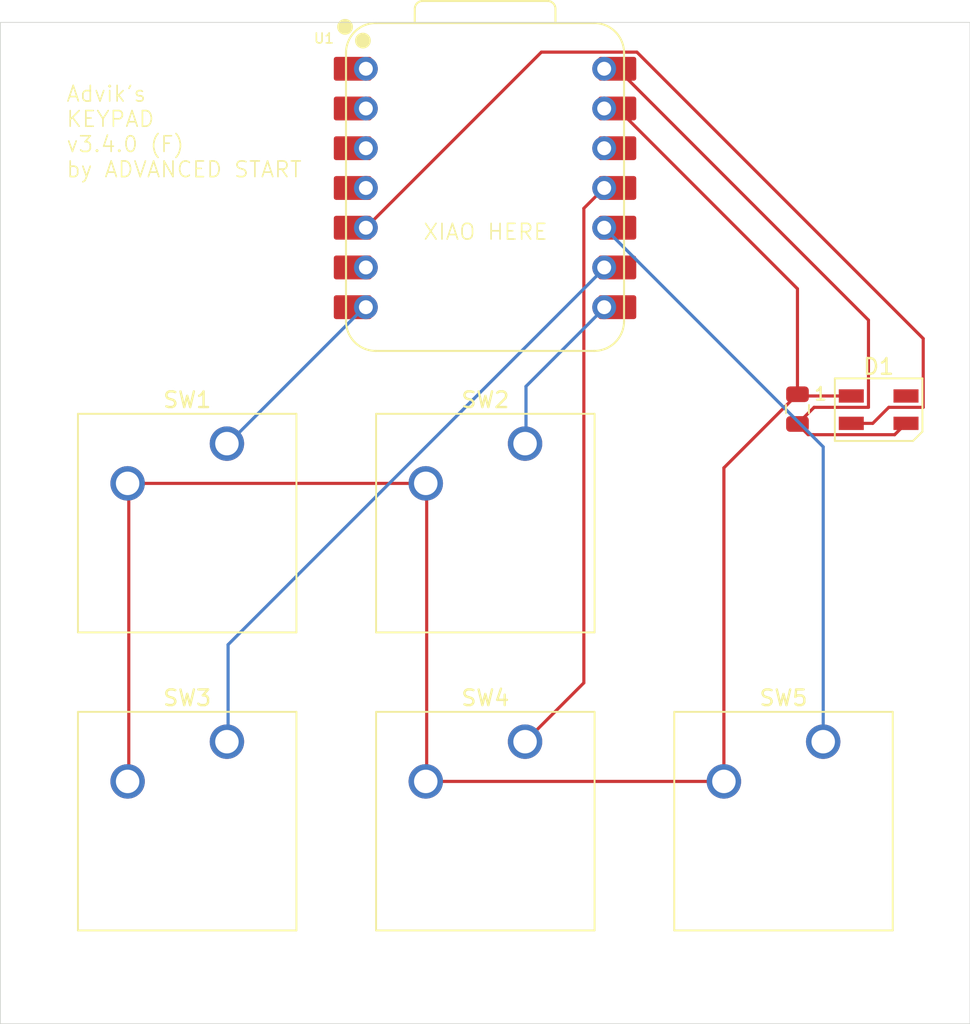
<source format=kicad_pcb>
(kicad_pcb (version 20241229) (generator "pcbnew") (generator_version "9.0")
  (layers (0 "F.Cu" signal) (2 "B.Cu" signal) (13 "F.Paste" user) (15 "B.Paste" user) (5 "F.SilkS" user "F.Silkscreen") (7 "B.SilkS" user "B.Silkscreen") (1 "F.Mask" user) (3 "B.Mask" user) (25 "Edge.Cuts" user))
  (net 0 "")
  (net 1 "GND")
  (net 2 "+5V")
  (net 4 "Net-(D1-DIN)")
  (net 5 "Net-(U1-GPIO0{slash}TX)")
  (net 6 "Net-(U1-GPIO1{slash}RX)")
  (net 7 "Net-(U1-GPIO2{slash}SCK)")
  (net 8 "Net-(U1-GPIO3{slash}MOSI)")
  (net 9 "Net-(U1-GPIO4{slash}MISO)")
  (footprint "OPL_Kicad_Library-master:XIAO-RP2040-DIP" (layer "F.Cu") (at 147.88 64.78)
    (property "Reference" "U1" (at -10.3 -9.56 0) (layer "F.SilkS") (effects (font (size 0.635 0.635) (thickness 0.1016))))
    (property "Value" "XIAO-RP2040-DIP")
    (fp_line (start -8.89 8.509) (end -8.89 -8.636) (stroke (width 0.127)) (layer "F.SilkS"))
    (fp_line (start -6.985 10.414) (end 6.985 10.414) (stroke (width 0.127)) (layer "F.SilkS"))
    (fp_line (start -4.495 -10.541) (end -4.491272 -11.451272) (stroke (width 0.127)) (layer "F.SilkS"))
    (fp_line (start -3.991272 -11.951) (end 4.004 -11.951) (stroke (width 0.127)) (layer "F.SilkS"))
    (fp_line (start 4.504 -11.451) (end 4.504 -10.541) (stroke (width 0.127)) (layer "F.SilkS"))
    (fp_line (start 6.985 -10.541) (end -6.985 -10.541) (stroke (width 0.1)) (layer "F.SilkS"))
    (fp_line (start 6.985 -10.541) (end -6.985 -10.541) (stroke (width 0.127)) (layer "F.SilkS"))
    (fp_line (start 8.89 8.509) (end 8.89 -8.636) (stroke (width 0.127)) (layer "F.SilkS"))
    (fp_arc (start -8.89 -8.636) (mid -8.332038 -9.983038) (end -6.985 -10.541) (stroke (width 0.127)) (layer "F.SilkS"))
    (fp_arc (start -6.985 10.414) (mid -8.332038 9.856038) (end -8.89 8.509) (stroke (width 0.127)) (layer "F.SilkS"))
    (fp_arc (start -4.491272 -11.451272) (mid -4.344728 -11.80464) (end -3.991272 -11.951) (stroke (width 0.127)) (layer "F.SilkS"))
    (fp_arc (start 4.004 -11.951) (mid 4.357553 -11.804553) (end 4.504 -11.451) (stroke (width 0.127)) (layer "F.SilkS"))
    (fp_arc (start 6.985 -10.541) (mid 8.332038 -9.983038) (end 8.89 -8.636) (stroke (width 0.127)) (layer "F.SilkS"))
    (fp_arc (start 8.89 8.509) (mid 8.332038 9.856038) (end 6.985 10.414) (stroke (width 0.127)) (layer "F.SilkS"))
    (fp_circle (center -8.95 -10.3) (end -8.95 -10.554) (stroke (width 0.5)) (fill yes) (layer "F.SilkS"))
    (fp_circle (center -7.807 -9.42) (end -7.807 -9.674) (stroke (width 0.5)) (fill yes) (layer "F.SilkS"))
    (pad "1" smd roundrect (at -8.455 -7.62 180) (size 2.432 1.524) (layers "F.Cu" "F.Mask") (roundrect_rratio 0.1))
    (pad "1" thru_hole circle (at -7.62 -7.62 180) (size 1.524 1.524) (drill 0.889) (layers "*.Cu" "*.Mask"))
    (pad "2" smd roundrect (at -8.455 -5.08 180) (size 2.432 1.524) (layers "F.Cu" "F.Mask") (roundrect_rratio 0.1))
    (pad "2" thru_hole circle (at -7.62 -5.08 180) (size 1.524 1.524) (drill 0.889) (layers "*.Cu" "*.Mask"))
    (pad "3" smd roundrect (at -8.455 -2.54 180) (size 2.432 1.524) (layers "F.Cu" "F.Mask") (roundrect_rratio 0.1))
    (pad "3" thru_hole circle (at -7.62 -2.54 180) (size 1.524 1.524) (drill 0.889) (layers "*.Cu" "*.Mask"))
    (pad "4" smd roundrect (at -8.455 0 180) (size 2.432 1.524) (layers "F.Cu" "F.Mask") (roundrect_rratio 0.1))
    (pad "4" thru_hole circle (at -7.62 0 180) (size 1.524 1.524) (drill 0.889) (layers "*.Cu" "*.Mask"))
    (pad "5" smd roundrect (at -8.455 2.54 180) (size 2.432 1.524) (layers "F.Cu" "F.Mask") (roundrect_rratio 0.1) (net 4 "Net-(D1-DIN)"))
    (pad "5" thru_hole circle (at -7.62 2.54 180) (size 1.524 1.524) (drill 0.889) (layers "*.Cu" "*.Mask") (net 4 "Net-(D1-DIN)"))
    (pad "6" smd roundrect (at -8.455 5.08 180) (size 2.432 1.524) (layers "F.Cu" "F.Mask") (roundrect_rratio 0.1))
    (pad "6" thru_hole circle (at -7.62 5.08 180) (size 1.524 1.524) (drill 0.889) (layers "*.Cu" "*.Mask"))
    (pad "7" smd roundrect (at -8.455 7.62 180) (size 2.432 1.524) (layers "F.Cu" "F.Mask") (roundrect_rratio 0.1) (net 5 "Net-(U1-GPIO0{slash}TX)"))
    (pad "7" thru_hole circle (at -7.62 7.62 180) (size 1.524 1.524) (drill 0.889) (layers "*.Cu" "*.Mask") (net 5 "Net-(U1-GPIO0{slash}TX)"))
    (pad "8" thru_hole circle (at 7.62 7.62) (size 1.524 1.524) (drill 0.889) (layers "*.Cu" "*.Mask") (net 6 "Net-(U1-GPIO1{slash}RX)"))
    (pad "8" smd roundrect (at 8.455 7.62) (size 2.432 1.524) (layers "F.Cu" "F.Mask") (roundrect_rratio 0.1) (net 6 "Net-(U1-GPIO1{slash}RX)"))
    (pad "9" thru_hole circle (at 7.62 5.08) (size 1.524 1.524) (drill 0.889) (layers "*.Cu" "*.Mask") (net 7 "Net-(U1-GPIO2{slash}SCK)"))
    (pad "9" smd roundrect (at 8.455 5.08) (size 2.432 1.524) (layers "F.Cu" "F.Mask") (roundrect_rratio 0.1) (net 7 "Net-(U1-GPIO2{slash}SCK)"))
    (pad "10" thru_hole circle (at 7.62 2.54) (size 1.524 1.524) (drill 0.889) (layers "*.Cu" "*.Mask") (net 9 "Net-(U1-GPIO4{slash}MISO)"))
    (pad "10" smd roundrect (at 8.455 2.54) (size 2.432 1.524) (layers "F.Cu" "F.Mask") (roundrect_rratio 0.1) (net 9 "Net-(U1-GPIO4{slash}MISO)"))
    (pad "11" thru_hole circle (at 7.62 0) (size 1.524 1.524) (drill 0.889) (layers "*.Cu" "*.Mask") (net 8 "Net-(U1-GPIO3{slash}MOSI)"))
    (pad "11" smd roundrect (at 8.455 0) (size 2.432 1.524) (layers "F.Cu" "F.Mask") (roundrect_rratio 0.1) (net 8 "Net-(U1-GPIO3{slash}MOSI)"))
    (pad "12" thru_hole circle (at 7.62 -2.54) (size 1.524 1.524) (drill 0.889) (layers "*.Cu" "*.Mask"))
    (pad "12" smd roundrect (at 8.455 -2.54) (size 2.432 1.524) (layers "F.Cu" "F.Mask") (roundrect_rratio 0.1))
    (pad "13" thru_hole circle (at 7.62 -5.08) (size 1.524 1.524) (drill 0.889) (layers "*.Cu" "*.Mask") (net 1 "GND"))
    (pad "13" smd roundrect (at 8.455 -5.08) (size 2.432 1.524) (layers "F.Cu" "F.Mask") (roundrect_rratio 0.1) (net 1 "GND"))
    (pad "14" thru_hole circle (at 7.62 -7.62) (size 1.524 1.524) (drill 0.889) (layers "*.Cu" "*.Mask") (net 2 "+5V"))
    (pad "14" smd roundrect (at 8.455 -7.62) (size 2.432 1.524) (layers "F.Cu" "F.Mask") (roundrect_rratio 0.1) (net 2 "+5V"))
  )
  (footprint "LED_SMD:LED_SK6812MINI_PLCC4_3.5x3.5mm_P1.75mm" (layer "F.Cu") (at 173.049 78.949)
    (property "Reference" "D1" (at 0 -2.75 0) (layer "F.SilkS"))
    (property "Value" "SK6812")
    (fp_line (start -2.8 -2) (end -2.8 2) (stroke (width 0.12)) (layer "F.SilkS"))
    (fp_line (start -2.8 -2) (end 2.8 -2) (stroke (width 0.12)) (layer "F.SilkS"))
    (fp_line (start -2.8 2) (end 2.2 2) (stroke (width 0.12)) (layer "F.SilkS"))
    (fp_line (start 2.8 1.4) (end 2.2 2) (stroke (width 0.12)) (layer "F.SilkS"))
    (fp_line (start 2.8 1.4) (end 2.8 -2) (stroke (width 0.12)) (layer "F.SilkS"))
    (fp_text user "1" (at -3.71 -1.005 0) (layer "F.SilkS") (effects (font (size 0.8 0.8))))
    (pad "1" smd rect (at -1.75 -0.875) (size 1.6 0.85) (layers "F.Cu" "F.Mask" "F.Paste") (net 1 "GND"))
    (pad "2" smd rect (at -1.75 0.875) (size 1.6 0.85) (layers "F.Cu" "F.Mask" "F.Paste") (net 4 "Net-(D1-DIN)"))
    (pad "3" smd rect (at 1.75 0.875) (size 1.6 0.85) (layers "F.Cu" "F.Mask" "F.Paste") (net 2 "+5V"))
    (pad "4" smd rect (at 1.75 -0.875) (size 1.6 0.85) (layers "F.Cu" "F.Mask" "F.Paste"))
  )
  (footprint "Button_Switch_Keyboard:SW_Cherry_MX_1.00u_PCB" (layer "F.Cu") (at 150.44 81.12)
    (property "Reference" "SW2" (at -2.54 -2.794 0) (layer "F.SilkS"))
    (property "Value" "SW_Push")
    (fp_line (start -9.525 -1.905) (end 4.445 -1.905) (stroke (width 0.12)) (layer "F.SilkS"))
    (fp_line (start -9.525 12.065) (end -9.525 -1.905) (stroke (width 0.12)) (layer "F.SilkS"))
    (fp_line (start 4.445 -1.905) (end 4.445 12.065) (stroke (width 0.12)) (layer "F.SilkS"))
    (fp_line (start 4.445 12.065) (end -9.525 12.065) (stroke (width 0.12)) (layer "F.SilkS"))
    (pad "" np_thru_hole circle (at -7.62 5.08) (size 1.7 1.7) (drill 1.7) (layers "*.Cu" "*.Mask"))
    (pad "" np_thru_hole circle (at -2.54 5.08) (size 4 4) (drill 4) (layers "*.Cu" "*.Mask"))
    (pad "" np_thru_hole circle (at 2.54 5.08) (size 1.7 1.7) (drill 1.7) (layers "*.Cu" "*.Mask"))
    (pad "1" thru_hole circle (at 0 0) (size 2.2 2.2) (drill 1.5) (layers "*.Cu" "*.Mask") (net 6 "Net-(U1-GPIO1{slash}RX)"))
    (pad "2" thru_hole circle (at -6.35 2.54) (size 2.2 2.2) (drill 1.5) (layers "*.Cu" "*.Mask") (net 1 "GND"))
  )
  (footprint "Button_Switch_Keyboard:SW_Cherry_MX_1.00u_PCB" (layer "F.Cu") (at 150.44 100.17)
    (property "Reference" "SW4" (at -2.54 -2.794 0) (layer "F.SilkS"))
    (property "Value" "SW_Push")
    (fp_line (start -9.525 -1.905) (end 4.445 -1.905) (stroke (width 0.12)) (layer "F.SilkS"))
    (fp_line (start -9.525 12.065) (end -9.525 -1.905) (stroke (width 0.12)) (layer "F.SilkS"))
    (fp_line (start 4.445 -1.905) (end 4.445 12.065) (stroke (width 0.12)) (layer "F.SilkS"))
    (fp_line (start 4.445 12.065) (end -9.525 12.065) (stroke (width 0.12)) (layer "F.SilkS"))
    (pad "" np_thru_hole circle (at -7.62 5.08) (size 1.7 1.7) (drill 1.7) (layers "*.Cu" "*.Mask"))
    (pad "" np_thru_hole circle (at -2.54 5.08) (size 4 4) (drill 4) (layers "*.Cu" "*.Mask"))
    (pad "" np_thru_hole circle (at 2.54 5.08) (size 1.7 1.7) (drill 1.7) (layers "*.Cu" "*.Mask"))
    (pad "1" thru_hole circle (at 0 0) (size 2.2 2.2) (drill 1.5) (layers "*.Cu" "*.Mask") (net 8 "Net-(U1-GPIO3{slash}MOSI)"))
    (pad "2" thru_hole circle (at -6.35 2.54) (size 2.2 2.2) (drill 1.5) (layers "*.Cu" "*.Mask") (net 1 "GND"))
  )
  (footprint "Button_Switch_Keyboard:SW_Cherry_MX_1.00u_PCB" (layer "F.Cu") (at 169.505 100.17)
    (property "Reference" "SW5" (at -2.54 -2.794 0) (layer "F.SilkS"))
    (property "Value" "SW_Push")
    (fp_line (start -9.525 -1.905) (end 4.445 -1.905) (stroke (width 0.12)) (layer "F.SilkS"))
    (fp_line (start -9.525 12.065) (end -9.525 -1.905) (stroke (width 0.12)) (layer "F.SilkS"))
    (fp_line (start 4.445 -1.905) (end 4.445 12.065) (stroke (width 0.12)) (layer "F.SilkS"))
    (fp_line (start 4.445 12.065) (end -9.525 12.065) (stroke (width 0.12)) (layer "F.SilkS"))
    (pad "" np_thru_hole circle (at -7.62 5.08) (size 1.7 1.7) (drill 1.7) (layers "*.Cu" "*.Mask"))
    (pad "" np_thru_hole circle (at -2.54 5.08) (size 4 4) (drill 4) (layers "*.Cu" "*.Mask"))
    (pad "" np_thru_hole circle (at 2.54 5.08) (size 1.7 1.7) (drill 1.7) (layers "*.Cu" "*.Mask"))
    (pad "1" thru_hole circle (at 0 0) (size 2.2 2.2) (drill 1.5) (layers "*.Cu" "*.Mask") (net 9 "Net-(U1-GPIO4{slash}MISO)"))
    (pad "2" thru_hole circle (at -6.35 2.54) (size 2.2 2.2) (drill 1.5) (layers "*.Cu" "*.Mask") (net 1 "GND"))
  )
  (footprint "Capacitor_SMD:C_0805_2012Metric" (layer "F.Cu") (at 167.859 78.914 90)
    (property "Reference" "C1" (hide yes))
    (property "Value" "C")
    (fp_line (start -0.261252 -0.735) (end 0.261252 -0.735) (stroke (width 0.12)) (layer "F.SilkS"))
    (fp_line (start -0.261252 0.735) (end 0.261252 0.735) (stroke (width 0.12)) (layer "F.SilkS"))
    (pad "1" smd roundrect (at -0.95 0 90) (size 1 1.45) (layers "F.Cu" "F.Mask" "F.Paste") (net 2 "+5V"))
    (pad "2" smd roundrect (at 0.95 0 90) (size 1 1.45) (layers "F.Cu" "F.Mask" "F.Paste") (net 1 "GND"))
  )
  (footprint "Button_Switch_Keyboard:SW_Cherry_MX_1.00u_PCB" (layer "F.Cu") (at 131.375 100.17)
    (property "Reference" "SW3" (at -2.54 -2.794 0) (layer "F.SilkS"))
    (property "Value" "SW_Push")
    (fp_line (start -9.525 -1.905) (end 4.445 -1.905) (stroke (width 0.12)) (layer "F.SilkS"))
    (fp_line (start -9.525 12.065) (end -9.525 -1.905) (stroke (width 0.12)) (layer "F.SilkS"))
    (fp_line (start 4.445 -1.905) (end 4.445 12.065) (stroke (width 0.12)) (layer "F.SilkS"))
    (fp_line (start 4.445 12.065) (end -9.525 12.065) (stroke (width 0.12)) (layer "F.SilkS"))
    (pad "" np_thru_hole circle (at -7.62 5.08) (size 1.7 1.7) (drill 1.7) (layers "*.Cu" "*.Mask"))
    (pad "" np_thru_hole circle (at -2.54 5.08) (size 4 4) (drill 4) (layers "*.Cu" "*.Mask"))
    (pad "" np_thru_hole circle (at 2.54 5.08) (size 1.7 1.7) (drill 1.7) (layers "*.Cu" "*.Mask"))
    (pad "1" thru_hole circle (at 0 0) (size 2.2 2.2) (drill 1.5) (layers "*.Cu" "*.Mask") (net 7 "Net-(U1-GPIO2{slash}SCK)"))
    (pad "2" thru_hole circle (at -6.35 2.54) (size 2.2 2.2) (drill 1.5) (layers "*.Cu" "*.Mask") (net 1 "GND"))
  )
  (footprint "Button_Switch_Keyboard:SW_Cherry_MX_1.00u_PCB" (layer "F.Cu") (at 131.375 81.12)
    (property "Reference" "SW1" (at -2.54 -2.794 0) (layer "F.SilkS"))
    (property "Value" "SW_Push")
    (fp_line (start -9.525 -1.905) (end 4.445 -1.905) (stroke (width 0.12)) (layer "F.SilkS"))
    (fp_line (start -9.525 12.065) (end -9.525 -1.905) (stroke (width 0.12)) (layer "F.SilkS"))
    (fp_line (start 4.445 -1.905) (end 4.445 12.065) (stroke (width 0.12)) (layer "F.SilkS"))
    (fp_line (start 4.445 12.065) (end -9.525 12.065) (stroke (width 0.12)) (layer "F.SilkS"))
    (pad "" np_thru_hole circle (at -7.62 5.08) (size 1.7 1.7) (drill 1.7) (layers "*.Cu" "*.Mask"))
    (pad "" np_thru_hole circle (at -2.54 5.08) (size 4 4) (drill 4) (layers "*.Cu" "*.Mask"))
    (pad "" np_thru_hole circle (at 2.54 5.08) (size 1.7 1.7) (drill 1.7) (layers "*.Cu" "*.Mask"))
    (pad "1" thru_hole circle (at 0 0) (size 2.2 2.2) (drill 1.5) (layers "*.Cu" "*.Mask") (net 5 "Net-(U1-GPIO0{slash}TX)"))
    (pad "2" thru_hole circle (at -6.35 2.54) (size 2.2 2.2) (drill 1.5) (layers "*.Cu" "*.Mask") (net 1 "GND"))
  )
  (gr_rect (start 116.889875 54.2) (end 178.890125 118.20025) (stroke (width 0.05)) (fill no) (layer "Edge.Cuts"))
  (gr_text "XIAO HERE" (at 143.87 68.17 0) (layer "F.SilkS") (effects (font (size 1 1) (thickness 0.1)) (justify left bottom)))
  (gr_text "Advik's \nKEYPAD\nv3.4.0 (F)\nby ADVANCED START" (at 121.05 64.18 0) (layer "F.SilkS") (effects (font (size 1 1) (thickness 0.1)) (justify left bottom)))
  (segment (start 163.155 82.668) (end 167.859 77.964) (width 0.2) (layer "F.Cu") (net 1))
  (segment (start 167.859 77.964) (end 167.859 71.224) (width 0.2) (layer "F.Cu") (net 1))
  (segment (start 167.859 71.224) (end 156.335 59.7) (width 0.2) (layer "F.Cu") (net 1))
  (segment (start 144.15 83.66) (end 144.15 102.71) (width 0.2) (layer "F.Cu") (net 1))
  (segment (start 168.349 78.074) (end 171.299 78.074) (width 0.2) (layer "F.Cu") (net 1))
  (segment (start 167.859 77.964) (end 168.239 77.964) (width 0.2) (layer "F.Cu") (net 1))
  (segment (start 125.1 83.66) (end 144.15 83.66) (width 0.2) (layer "F.Cu") (net 1))
  (segment (start 163.155 102.71) (end 163.155 82.668) (width 0.2) (layer "F.Cu") (net 1))
  (segment (start 144.15 102.71) (end 163.2 102.71) (width 0.2) (layer "F.Cu") (net 1))
  (segment (start 125.1 102.71) (end 125.1 83.66) (width 0.2) (layer "F.Cu") (net 1))
  (segment (start 156.57763 59.7) (end 155.5 59.7) (width 0.2) (layer "F.Cu") (net 1))
  (segment (start 168.239 77.964) (end 168.349 78.074) (width 0.2) (layer "F.Cu") (net 1))
  (segment (start 163.38625 102.71) (end 163.41125 102.735) (width 0.2) (layer "B.Cu") (net 1))
  (segment (start 163.2 102.71) (end 163.38625 102.71) (width 0.2) (layer "B.Cu") (net 1))
  (segment (start 168.875 80.55) (end 174.073 80.55) (width 0.2) (layer "F.Cu") (net 2))
  (segment (start 174.073 80.55) (end 174.799 79.824) (width 0.2) (layer "F.Cu") (net 2))
  (segment (start 168.923 78.8) (end 172.4 78.8) (width 0.2) (layer "F.Cu") (net 2))
  (segment (start 167.859 79.864) (end 168.539 80.544) (width 0.2) (layer "F.Cu") (net 2))
  (segment (start 172.4 73.225) (end 156.335 57.16) (width 0.2) (layer "F.Cu") (net 2))
  (segment (start 172.4 78.8) (end 172.4 73.225) (width 0.2) (layer "F.Cu") (net 2))
  (segment (start 167.859 79.864) (end 168.923 78.8) (width 0.2) (layer "F.Cu") (net 2))
  (segment (start 168.869 80.544) (end 168.875 80.55) (width 0.2) (layer "F.Cu") (net 2))
  (segment (start 168.539 80.544) (end 168.869 80.544) (width 0.2) (layer "F.Cu") (net 2))
  (segment (start 175.9 78.8) (end 175.9 74.406374) (width 0.2) (layer "F.Cu") (net 4))
  (segment (start 171.299 79.824) (end 172.674 79.824) (width 0.2) (layer "F.Cu") (net 4))
  (segment (start 172.674 79.824) (end 173.698 78.8) (width 0.2) (layer "F.Cu") (net 4))
  (segment (start 173.698 78.8) (end 175.9 78.8) (width 0.2) (layer "F.Cu") (net 4))
  (segment (start 175.9 74.406374) (end 157.590626 56.097) (width 0.2) (layer "F.Cu") (net 4))
  (segment (start 157.590626 56.097) (end 151.483 56.097) (width 0.2) (layer "F.Cu") (net 4))
  (segment (start 151.483 56.097) (end 140.26 67.32) (width 0.2) (layer "F.Cu") (net 4))
  (segment (start 131.45 81.12) (end 140.17 72.4) (width 0.2) (layer "B.Cu") (net 5))
  (segment (start 140.11 72.4) (end 140.26 72.4) (width 0.2) (layer "B.Cu") (net 5))
  (segment (start 150.5 77.46) (end 155.56 72.4) (width 0.2) (layer "B.Cu") (net 6))
  (segment (start 150.5 81.12) (end 150.5 77.46) (width 0.2) (layer "B.Cu") (net 6))
  (segment (start 131.45 100.17) (end 131.45 93.97) (width 0.2) (layer "B.Cu") (net 7))
  (segment (start 131.45 93.97) (end 155.56 69.86) (width 0.2) (layer "B.Cu") (net 7))
  (segment (start 154.2 66.08) (end 155.5 64.78) (width 0.2) (layer "F.Cu") (net 8))
  (segment (start 154.2 96.41) (end 154.2 66.08) (width 0.2) (layer "F.Cu") (net 8))
  (segment (start 150.44 100.17) (end 154.2 96.41) (width 0.2) (layer "F.Cu") (net 8))
  (segment (start 169.505 81.325) (end 155.5 67.32) (width 0.2) (layer "B.Cu") (net 9))
  (segment (start 169.505 100.17) (end 169.505 81.325) (width 0.2) (layer "B.Cu") (net 9))
)
</source>
